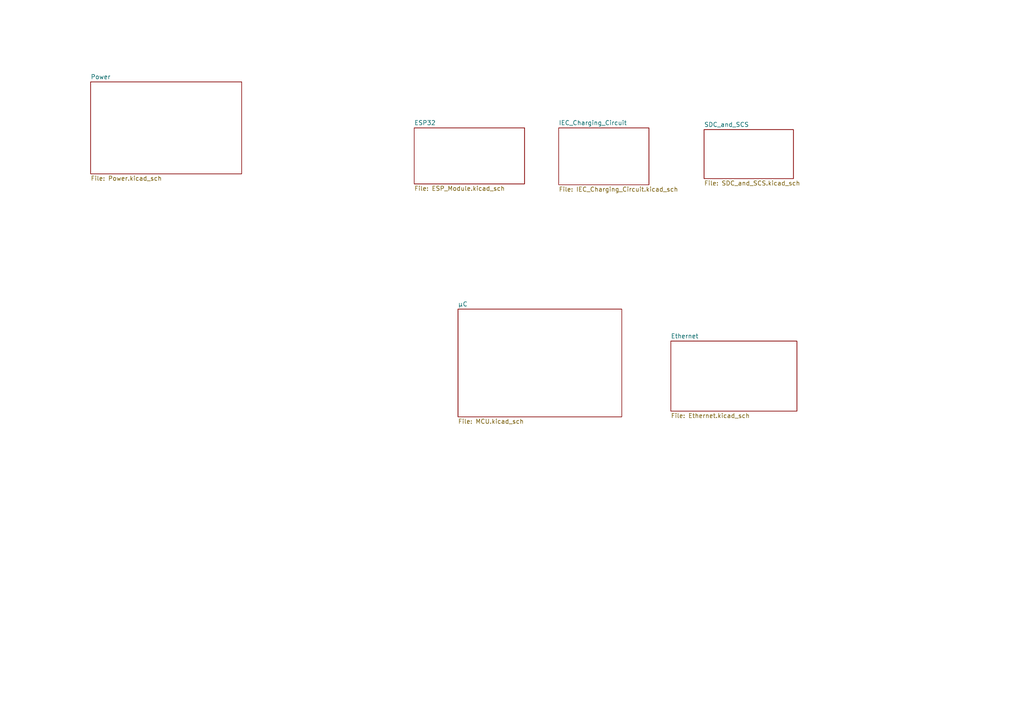
<source format=kicad_sch>
(kicad_sch
	(version 20231120)
	(generator "eeschema")
	(generator_version "8.0")
	(uuid "0dca9b66-f638-4727-874b-1b91b6921c17")
	(paper "A4")
	(lib_symbols)
	(sheet
		(at 132.842 89.662)
		(size 47.498 31.242)
		(fields_autoplaced yes)
		(stroke
			(width 0.1524)
			(type solid)
		)
		(fill
			(color 0 0 0 0.0000)
		)
		(uuid "486f4a0e-b8d5-42cd-a726-c7aa5b0383fd")
		(property "Sheetname" "µC"
			(at 132.842 88.9504 0)
			(effects
				(font
					(size 1.27 1.27)
				)
				(justify left bottom)
			)
		)
		(property "Sheetfile" "MCU.kicad_sch"
			(at 132.842 121.4886 0)
			(effects
				(font
					(size 1.27 1.27)
				)
				(justify left top)
			)
		)
		(instances
			(project "FT25-Charger"
				(path "/0dca9b66-f638-4727-874b-1b91b6921c17"
					(page "4")
				)
			)
		)
	)
	(sheet
		(at 194.564 98.933)
		(size 36.576 20.32)
		(fields_autoplaced yes)
		(stroke
			(width 0.1524)
			(type solid)
		)
		(fill
			(color 0 0 0 0.0000)
		)
		(uuid "5469580a-3180-4bfd-8660-e5a4628a92d9")
		(property "Sheetname" "Ethernet"
			(at 194.564 98.2214 0)
			(effects
				(font
					(size 1.27 1.27)
				)
				(justify left bottom)
			)
		)
		(property "Sheetfile" "Ethernet.kicad_sch"
			(at 194.564 119.8376 0)
			(effects
				(font
					(size 1.27 1.27)
				)
				(justify left top)
			)
		)
		(instances
			(project "FT25-Charger"
				(path "/0dca9b66-f638-4727-874b-1b91b6921c17"
					(page "4")
				)
			)
		)
	)
	(sheet
		(at 204.216 37.592)
		(size 25.908 14.224)
		(fields_autoplaced yes)
		(stroke
			(width 0.1524)
			(type solid)
		)
		(fill
			(color 0 0 0 0.0000)
		)
		(uuid "75c94037-2217-4879-97cf-1bc2976ef0dc")
		(property "Sheetname" "SDC_and_SCS"
			(at 204.216 36.8804 0)
			(effects
				(font
					(size 1.27 1.27)
				)
				(justify left bottom)
			)
		)
		(property "Sheetfile" "SDC_and_SCS.kicad_sch"
			(at 204.216 52.4006 0)
			(effects
				(font
					(size 1.27 1.27)
				)
				(justify left top)
			)
		)
		(property "Field2" ""
			(at 204.216 37.592 0)
			(effects
				(font
					(size 1.27 1.27)
				)
				(hide yes)
			)
		)
		(instances
			(project "FT25-Charger"
				(path "/0dca9b66-f638-4727-874b-1b91b6921c17"
					(page "7")
				)
			)
		)
	)
	(sheet
		(at 162.052 37.084)
		(size 26.162 16.51)
		(fields_autoplaced yes)
		(stroke
			(width 0.1524)
			(type solid)
		)
		(fill
			(color 0 0 0 0.0000)
		)
		(uuid "821f8254-7e97-454c-9aee-86b4ab099a85")
		(property "Sheetname" "IEC_Charging_Circuit"
			(at 162.052 36.3724 0)
			(effects
				(font
					(size 1.27 1.27)
				)
				(justify left bottom)
			)
		)
		(property "Sheetfile" "IEC_Charging_Circuit.kicad_sch"
			(at 162.052 54.1786 0)
			(effects
				(font
					(size 1.27 1.27)
				)
				(justify left top)
			)
		)
		(property "Field2" ""
			(at 162.052 37.084 0)
			(effects
				(font
					(size 1.27 1.27)
				)
				(hide yes)
			)
		)
		(instances
			(project "FT25-Charger"
				(path "/0dca9b66-f638-4727-874b-1b91b6921c17"
					(page "6")
				)
			)
		)
	)
	(sheet
		(at 26.289 23.749)
		(size 43.815 26.67)
		(fields_autoplaced yes)
		(stroke
			(width 0.1524)
			(type solid)
		)
		(fill
			(color 0 0 0 0.0000)
		)
		(uuid "91c9895f-7dce-429f-866f-2980d966c967")
		(property "Sheetname" "Power"
			(at 26.289 23.0374 0)
			(effects
				(font
					(size 1.27 1.27)
				)
				(justify left bottom)
			)
		)
		(property "Sheetfile" "Power.kicad_sch"
			(at 26.289 51.0036 0)
			(effects
				(font
					(size 1.27 1.27)
				)
				(justify left top)
			)
		)
		(instances
			(project "FT25-Charger"
				(path "/0dca9b66-f638-4727-874b-1b91b6921c17"
					(page "3")
				)
			)
		)
	)
	(sheet
		(at 120.142 37.084)
		(size 32.004 16.256)
		(fields_autoplaced yes)
		(stroke
			(width 0.1524)
			(type solid)
		)
		(fill
			(color 0 0 0 0.0000)
		)
		(uuid "c4d631ad-6677-4138-8e7e-8c9c76fb1ebd")
		(property "Sheetname" "ESP32"
			(at 120.142 36.3724 0)
			(effects
				(font
					(size 1.27 1.27)
				)
				(justify left bottom)
			)
		)
		(property "Sheetfile" "ESP_Module.kicad_sch"
			(at 120.142 53.9246 0)
			(effects
				(font
					(size 1.27 1.27)
				)
				(justify left top)
			)
		)
		(instances
			(project "FT25-Charger"
				(path "/0dca9b66-f638-4727-874b-1b91b6921c17"
					(page "5")
				)
			)
		)
	)
	(sheet_instances
		(path "/"
			(page "1")
		)
	)
)

</source>
